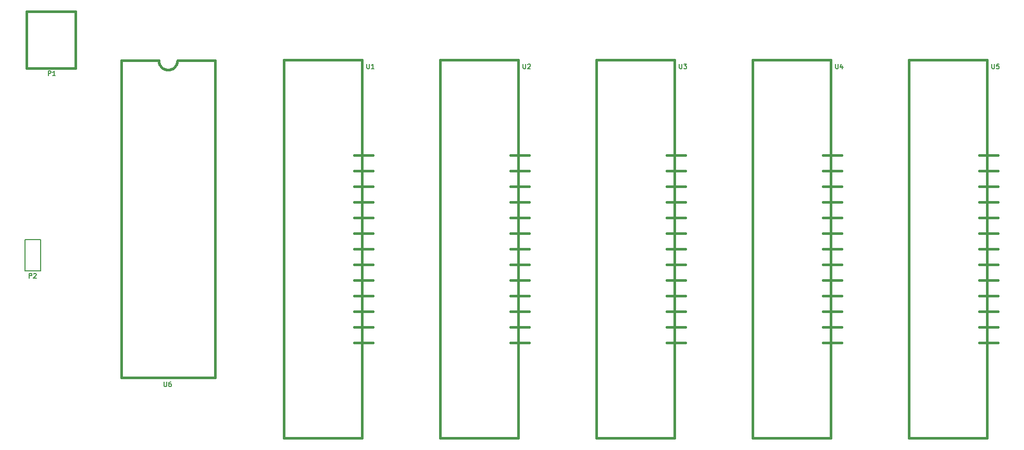
<source format=gto>
G04 (created by PCBNEW-RS274X (2011-05-25)-stable) date Fri 12 Oct 2012 09:19:42 AM PDT*
G01*
G70*
G90*
%MOIN*%
G04 Gerber Fmt 3.4, Leading zero omitted, Abs format*
%FSLAX34Y34*%
G04 APERTURE LIST*
%ADD10C,0.006000*%
%ADD11C,0.015000*%
%ADD12C,0.005900*%
G04 APERTURE END LIST*
G54D10*
G54D11*
X84185Y-33362D02*
X85385Y-33362D01*
X84185Y-32362D02*
X85385Y-32362D01*
X84185Y-31362D02*
X85385Y-31362D01*
X84185Y-30362D02*
X85385Y-30362D01*
X84185Y-29362D02*
X85385Y-29362D01*
X84185Y-28362D02*
X85385Y-28362D01*
X84185Y-27362D02*
X85385Y-27362D01*
X84185Y-26362D02*
X85385Y-26362D01*
X84185Y-25362D02*
X85385Y-25362D01*
X84185Y-24362D02*
X85385Y-24362D01*
X84185Y-23362D02*
X85385Y-23362D01*
X84185Y-22362D02*
X85385Y-22362D01*
X84185Y-21362D02*
X85385Y-21362D01*
X79685Y-39462D02*
X84685Y-39462D01*
X79685Y-15262D02*
X79685Y-39462D01*
X84685Y-39462D02*
X84685Y-15262D01*
X82185Y-15262D02*
X79685Y-15262D01*
X82185Y-15262D02*
X84685Y-15262D01*
X74185Y-33362D02*
X75385Y-33362D01*
X74185Y-32362D02*
X75385Y-32362D01*
X74185Y-31362D02*
X75385Y-31362D01*
X74185Y-30362D02*
X75385Y-30362D01*
X74185Y-29362D02*
X75385Y-29362D01*
X74185Y-28362D02*
X75385Y-28362D01*
X74185Y-27362D02*
X75385Y-27362D01*
X74185Y-26362D02*
X75385Y-26362D01*
X74185Y-25362D02*
X75385Y-25362D01*
X74185Y-24362D02*
X75385Y-24362D01*
X74185Y-23362D02*
X75385Y-23362D01*
X74185Y-22362D02*
X75385Y-22362D01*
X74185Y-21362D02*
X75385Y-21362D01*
X69685Y-39462D02*
X74685Y-39462D01*
X69685Y-15262D02*
X69685Y-39462D01*
X74685Y-39462D02*
X74685Y-15262D01*
X72185Y-15262D02*
X69685Y-15262D01*
X72185Y-15262D02*
X74685Y-15262D01*
X64185Y-33362D02*
X65385Y-33362D01*
X64185Y-32362D02*
X65385Y-32362D01*
X64185Y-31362D02*
X65385Y-31362D01*
X64185Y-30362D02*
X65385Y-30362D01*
X64185Y-29362D02*
X65385Y-29362D01*
X64185Y-28362D02*
X65385Y-28362D01*
X64185Y-27362D02*
X65385Y-27362D01*
X64185Y-26362D02*
X65385Y-26362D01*
X64185Y-25362D02*
X65385Y-25362D01*
X64185Y-24362D02*
X65385Y-24362D01*
X64185Y-23362D02*
X65385Y-23362D01*
X64185Y-22362D02*
X65385Y-22362D01*
X64185Y-21362D02*
X65385Y-21362D01*
X59685Y-39462D02*
X64685Y-39462D01*
X59685Y-15262D02*
X59685Y-39462D01*
X64685Y-39462D02*
X64685Y-15262D01*
X62185Y-15262D02*
X59685Y-15262D01*
X62185Y-15262D02*
X64685Y-15262D01*
X44185Y-33362D02*
X45385Y-33362D01*
X44185Y-32362D02*
X45385Y-32362D01*
X44185Y-31362D02*
X45385Y-31362D01*
X44185Y-30362D02*
X45385Y-30362D01*
X44185Y-29362D02*
X45385Y-29362D01*
X44185Y-28362D02*
X45385Y-28362D01*
X44185Y-27362D02*
X45385Y-27362D01*
X44185Y-26362D02*
X45385Y-26362D01*
X44185Y-25362D02*
X45385Y-25362D01*
X44185Y-24362D02*
X45385Y-24362D01*
X44185Y-23362D02*
X45385Y-23362D01*
X44185Y-22362D02*
X45385Y-22362D01*
X44185Y-21362D02*
X45385Y-21362D01*
X39685Y-39462D02*
X44685Y-39462D01*
X39685Y-15262D02*
X39685Y-39462D01*
X44685Y-39462D02*
X44685Y-15262D01*
X42185Y-15262D02*
X39685Y-15262D01*
X42185Y-15262D02*
X44685Y-15262D01*
X26378Y-15787D02*
X23228Y-15787D01*
X23228Y-15787D02*
X23228Y-12165D01*
X23228Y-12165D02*
X26378Y-12165D01*
X26378Y-12165D02*
X26378Y-15787D01*
G54D10*
X24122Y-28756D02*
X23122Y-28756D01*
X23122Y-28756D02*
X23122Y-26756D01*
X23122Y-26756D02*
X24122Y-26756D01*
X24122Y-26756D02*
X24122Y-28756D01*
G54D11*
X29783Y-35591D02*
X29283Y-35591D01*
X34783Y-35591D02*
X35283Y-35591D01*
X29833Y-15291D02*
X29283Y-15291D01*
X34783Y-15291D02*
X35283Y-15291D01*
X31683Y-15291D02*
X31686Y-15343D01*
X31693Y-15395D01*
X31704Y-15446D01*
X31720Y-15496D01*
X31740Y-15544D01*
X31764Y-15590D01*
X31792Y-15635D01*
X31824Y-15676D01*
X31859Y-15715D01*
X31898Y-15750D01*
X31939Y-15782D01*
X31984Y-15810D01*
X32030Y-15834D01*
X32078Y-15854D01*
X32128Y-15870D01*
X32179Y-15881D01*
X32231Y-15888D01*
X32283Y-15891D01*
X32283Y-15891D02*
X32335Y-15888D01*
X32387Y-15881D01*
X32438Y-15870D01*
X32488Y-15854D01*
X32536Y-15834D01*
X32583Y-15810D01*
X32627Y-15782D01*
X32668Y-15750D01*
X32707Y-15715D01*
X32742Y-15676D01*
X32774Y-15635D01*
X32802Y-15590D01*
X32826Y-15544D01*
X32846Y-15496D01*
X32862Y-15446D01*
X32873Y-15395D01*
X32880Y-15343D01*
X32883Y-15291D01*
X29783Y-15291D02*
X31683Y-15291D01*
X34783Y-15291D02*
X32883Y-15291D01*
X29283Y-15341D02*
X29283Y-35591D01*
X29783Y-35591D02*
X34783Y-35591D01*
X35283Y-35591D02*
X35283Y-15341D01*
X54185Y-33362D02*
X55385Y-33362D01*
X54185Y-32362D02*
X55385Y-32362D01*
X54185Y-31362D02*
X55385Y-31362D01*
X54185Y-30362D02*
X55385Y-30362D01*
X54185Y-29362D02*
X55385Y-29362D01*
X54185Y-28362D02*
X55385Y-28362D01*
X54185Y-27362D02*
X55385Y-27362D01*
X54185Y-26362D02*
X55385Y-26362D01*
X54185Y-25362D02*
X55385Y-25362D01*
X54185Y-24362D02*
X55385Y-24362D01*
X54185Y-23362D02*
X55385Y-23362D01*
X54185Y-22362D02*
X55385Y-22362D01*
X54185Y-21362D02*
X55385Y-21362D01*
X49685Y-39462D02*
X54685Y-39462D01*
X49685Y-15262D02*
X49685Y-39462D01*
X54685Y-39462D02*
X54685Y-15262D01*
X52185Y-15262D02*
X49685Y-15262D01*
X52185Y-15262D02*
X54685Y-15262D01*
G54D12*
X85011Y-15522D02*
X85011Y-15761D01*
X85025Y-15789D01*
X85039Y-15803D01*
X85067Y-15817D01*
X85124Y-15817D01*
X85152Y-15803D01*
X85166Y-15789D01*
X85180Y-15761D01*
X85180Y-15522D01*
X85461Y-15522D02*
X85320Y-15522D01*
X85306Y-15662D01*
X85320Y-15648D01*
X85348Y-15634D01*
X85419Y-15634D01*
X85447Y-15648D01*
X85461Y-15662D01*
X85475Y-15690D01*
X85475Y-15761D01*
X85461Y-15789D01*
X85447Y-15803D01*
X85419Y-15817D01*
X85348Y-15817D01*
X85320Y-15803D01*
X85306Y-15789D01*
X75011Y-15522D02*
X75011Y-15761D01*
X75025Y-15789D01*
X75039Y-15803D01*
X75067Y-15817D01*
X75124Y-15817D01*
X75152Y-15803D01*
X75166Y-15789D01*
X75180Y-15761D01*
X75180Y-15522D01*
X75447Y-15620D02*
X75447Y-15817D01*
X75376Y-15508D02*
X75306Y-15719D01*
X75489Y-15719D01*
X65011Y-15522D02*
X65011Y-15761D01*
X65025Y-15789D01*
X65039Y-15803D01*
X65067Y-15817D01*
X65124Y-15817D01*
X65152Y-15803D01*
X65166Y-15789D01*
X65180Y-15761D01*
X65180Y-15522D01*
X65292Y-15522D02*
X65475Y-15522D01*
X65376Y-15634D01*
X65419Y-15634D01*
X65447Y-15648D01*
X65461Y-15662D01*
X65475Y-15690D01*
X65475Y-15761D01*
X65461Y-15789D01*
X65447Y-15803D01*
X65419Y-15817D01*
X65334Y-15817D01*
X65306Y-15803D01*
X65292Y-15789D01*
X45011Y-15522D02*
X45011Y-15761D01*
X45025Y-15789D01*
X45039Y-15803D01*
X45067Y-15817D01*
X45124Y-15817D01*
X45152Y-15803D01*
X45166Y-15789D01*
X45180Y-15761D01*
X45180Y-15522D01*
X45475Y-15817D02*
X45306Y-15817D01*
X45390Y-15817D02*
X45390Y-15522D01*
X45362Y-15564D01*
X45334Y-15592D01*
X45306Y-15606D01*
X24624Y-16261D02*
X24624Y-15966D01*
X24737Y-15966D01*
X24765Y-15980D01*
X24779Y-15994D01*
X24793Y-16022D01*
X24793Y-16064D01*
X24779Y-16092D01*
X24765Y-16106D01*
X24737Y-16120D01*
X24624Y-16120D01*
X25074Y-16261D02*
X24905Y-16261D01*
X24989Y-16261D02*
X24989Y-15966D01*
X24961Y-16008D01*
X24933Y-16036D01*
X24905Y-16050D01*
X23404Y-29214D02*
X23404Y-28919D01*
X23517Y-28919D01*
X23545Y-28933D01*
X23559Y-28947D01*
X23573Y-28975D01*
X23573Y-29017D01*
X23559Y-29045D01*
X23545Y-29059D01*
X23517Y-29073D01*
X23404Y-29073D01*
X23685Y-28947D02*
X23699Y-28933D01*
X23727Y-28919D01*
X23798Y-28919D01*
X23826Y-28933D01*
X23840Y-28947D01*
X23854Y-28975D01*
X23854Y-29003D01*
X23840Y-29045D01*
X23671Y-29214D01*
X23854Y-29214D01*
X32038Y-35870D02*
X32038Y-36109D01*
X32052Y-36137D01*
X32066Y-36151D01*
X32094Y-36165D01*
X32151Y-36165D01*
X32179Y-36151D01*
X32193Y-36137D01*
X32207Y-36109D01*
X32207Y-35870D01*
X32474Y-35870D02*
X32417Y-35870D01*
X32389Y-35884D01*
X32375Y-35898D01*
X32347Y-35940D01*
X32333Y-35996D01*
X32333Y-36109D01*
X32347Y-36137D01*
X32361Y-36151D01*
X32389Y-36165D01*
X32446Y-36165D01*
X32474Y-36151D01*
X32488Y-36137D01*
X32502Y-36109D01*
X32502Y-36038D01*
X32488Y-36010D01*
X32474Y-35996D01*
X32446Y-35982D01*
X32389Y-35982D01*
X32361Y-35996D01*
X32347Y-36010D01*
X32333Y-36038D01*
X55011Y-15522D02*
X55011Y-15761D01*
X55025Y-15789D01*
X55039Y-15803D01*
X55067Y-15817D01*
X55124Y-15817D01*
X55152Y-15803D01*
X55166Y-15789D01*
X55180Y-15761D01*
X55180Y-15522D01*
X55306Y-15550D02*
X55320Y-15536D01*
X55348Y-15522D01*
X55419Y-15522D01*
X55447Y-15536D01*
X55461Y-15550D01*
X55475Y-15578D01*
X55475Y-15606D01*
X55461Y-15648D01*
X55292Y-15817D01*
X55475Y-15817D01*
M02*

</source>
